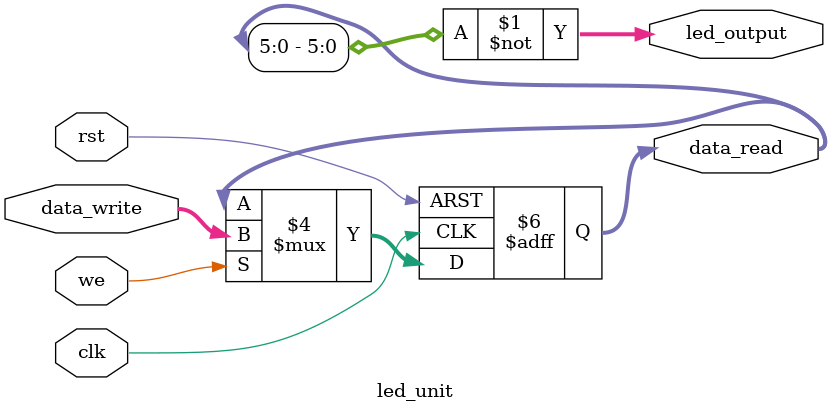
<source format=v>
module led_unit (
  input clk,
  input rst,
  input we,
  output reg [31:0] data_read,
  input [31:0] data_write,
  output [5:0] led_output
);

assign led_output = ~data_read[5:0];

always @(posedge clk or posedge rst) begin
  if (rst) data_read <= 32'b0;
  else if (we) data_read <= data_write;
  else data_read <= data_read;
end

endmodule

</source>
